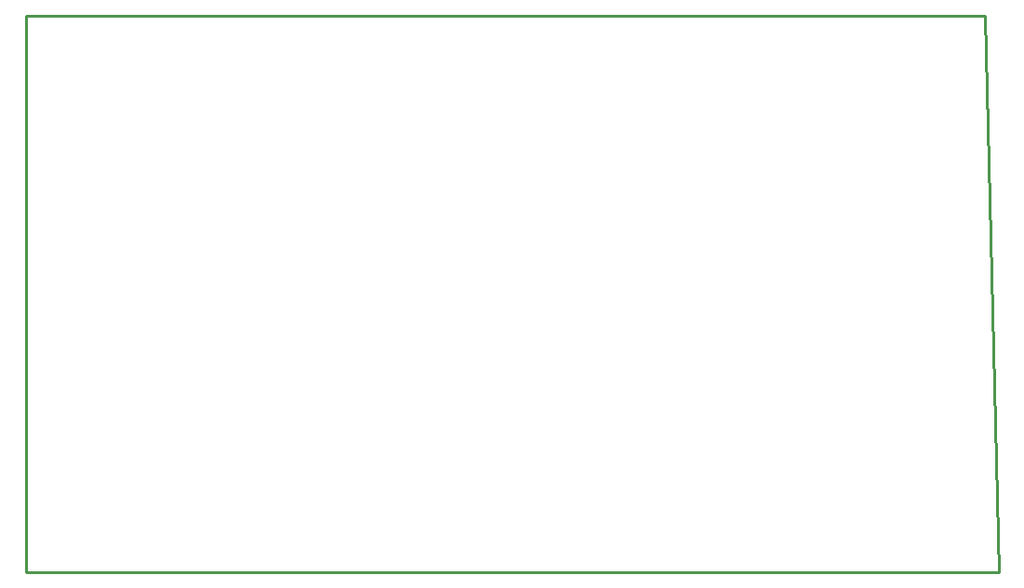
<source format=gbr>
G04 EAGLE Gerber RS-274X export*
G75*
%MOMM*%
%FSLAX34Y34*%
%LPD*%
%IN*%
%IPPOS*%
%AMOC8*
5,1,8,0,0,1.08239X$1,22.5*%
G01*
%ADD10C,0.254000*%


D10*
X0Y292100D02*
X885700Y292100D01*
X873000Y800000D01*
X0Y800000D01*
X0Y292100D01*
M02*

</source>
